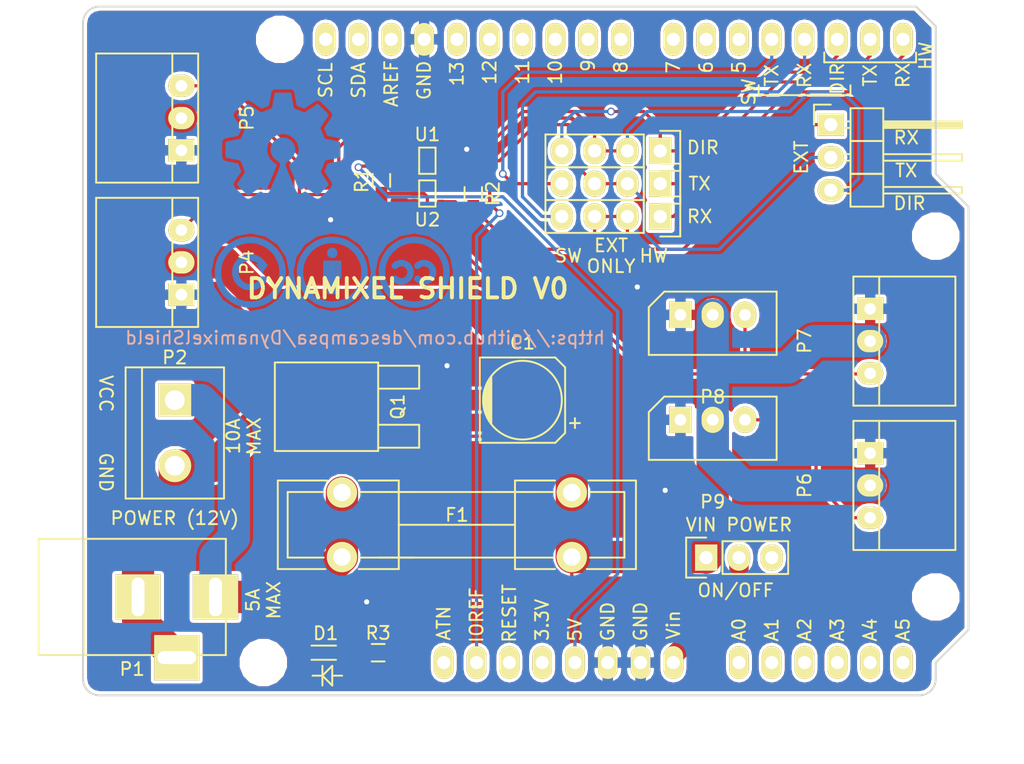
<source format=kicad_pcb>
(kicad_pcb (version 4) (host pcbnew 4.0.1-product)
  (layers (0 F.Cu signal) (31 B.Cu signal) (34 B.Paste user hide) (35 F.Paste user hide) (36 B.SilkS user hide) (37 F.SilkS user) (38 B.Mask user) (39 F.Mask user hide) (44 Edge.Cuts user))
  (net 0 "")
  (net 1 /ARDUINO_DIRECTION_PORT)
  (net 2 /DIRECTION_PORT)
  (net 3 /HW_TXD)
  (net 4 /TXD)
  (net 5 /SW_TXD)
  (net 6 /HW_RXD)
  (net 7 /RXD)
  (net 8 /SW_RXD)
  (net 9 +12V)
  (net 10 /VIN)
  (net 11 GND)
  (net 12 /IOREF)
  (net 13 /DATA)
  (net 14 +5V)
  (net 15 +3V3)
  (net 16 "Net-(SHIELD1-PadRST)")
  (net 17 "Net-(SHIELD1-Pad5)")
  (net 18 "Net-(SHIELD1-Pad8)")
  (net 19 "Net-(SHIELD1-Pad9)")
  (net 20 "Net-(SHIELD1-Pad10)")
  (net 21 "Net-(SHIELD1-Pad11)")
  (net 22 "Net-(SHIELD1-Pad12)")
  (net 23 "Net-(SHIELD1-Pad13)")
  (net 24 "Net-(SHIELD1-PadAREF)")
  (net 25 "Net-(JP4-Pad3)")
  (net 26 "Net-(SHIELD1-PadATN)")
  (net 27 "Net-(SHIELD1-PadA1)")
  (net 28 "Net-(SHIELD1-PadA2)")
  (net 29 "Net-(SHIELD1-PadA3)")
  (net 30 "Net-(SHIELD1-PadA4)")
  (net 31 "Net-(SHIELD1-PadA5)")
  (net 32 "Net-(SHIELD1-PadSDA)")
  (net 33 "Net-(SHIELD1-PadSCL)")
  (net 34 "Net-(SHIELD1-Pad7)")
  (net 35 "Net-(SHIELD1-PadA0)")
  (net 36 "Net-(SHIELD1-Pad6)")
  (net 37 "Net-(F1-Pad1)")
  (net 38 "Net-(P1-Pad2)")
  (net 39 "Net-(D1-Pad2)")
  (module arduino:Arduino_shield_dynamixel (layer F.Cu) (at 59.944 107.188)
    (fp_text reference SHIELD1 hide)
    (fp_text value ARDUINO_SHIELD)
    (fp_text user SW (at 51.562 -46.736 90) (layer F.SilkS))
    (fp_text user HW (at 65.278 -49.53 270) (layer F.SilkS))
    (fp_text user SCL (at 18.796 -47.625 90) (layer F.SilkS))
    (fp_text user SDA (at 21.336 -47.625 90) (layer F.SilkS))
    (fp_text user AREF (at 23.876 -47.371 90) (layer F.SilkS))
    (fp_text user GND (at 26.416 -47.625 90) (layer F.SilkS))
    (fp_text user 13 (at 28.956 -48.133 90) (layer F.SilkS))
    (fp_text user 12 (at 31.496 -48.26 90) (layer F.SilkS))
    (fp_text user 11 (at 34.036 -48.26 90) (layer F.SilkS))
    (fp_text user 10 (at 36.576 -48.26 90) (layer F.SilkS))
    (fp_text user 9 (at 39.116 -48.768 90) (layer F.SilkS))
    (fp_text user 8 (at 41.656 -48.641 90) (layer F.SilkS))
    (fp_text user 7 (at 45.72 -48.641 90) (layer F.SilkS))
    (fp_text user 6 (at 48.26 -48.641 90) (layer F.SilkS))
    (fp_text user 5 (at 50.8 -48.641 90) (layer F.SilkS))
    (fp_text user TX (at 53.34 -48.006 90) (layer F.SilkS))
    (fp_text user RX (at 55.88 -48.006 90) (layer F.SilkS))
    (fp_text user DIR (at 58.42 -47.752 90) (layer F.SilkS))
    (fp_text user TX (at 60.96 -48.006 90) (layer F.SilkS))
    (fp_text user RX (at 63.5 -48.006 90) (layer F.SilkS))
    (fp_text user A5 (at 63.5 -5.08 90) (layer F.SilkS))
    (fp_text user A4 (at 60.96 -5.08 90) (layer F.SilkS))
    (fp_text user A3 (at 58.42 -5.08 90) (layer F.SilkS))
    (fp_text user A2 (at 55.88 -5.08 90) (layer F.SilkS))
    (fp_text user A1 (at 53.34 -5.08 90) (layer F.SilkS))
    (fp_text user A0 (at 50.8 -5.08 90) (layer F.SilkS))
    (fp_text user Vin (at 45.72 -5.461 90) (layer F.SilkS))
    (fp_text user GND (at 43.18 -5.715 90) (layer F.SilkS))
    (fp_text user GND (at 40.64 -5.715 90) (layer F.SilkS))
    (fp_text user 5V (at 38.1 -5.08 90) (layer F.SilkS))
    (fp_text user 3.3V (at 35.56 -5.842 90) (layer F.SilkS))
    (fp_text user RESET (at 33.02 -6.35 90) (layer F.SilkS))
    (fp_text user IOREF (at 30.48 -6.223 90) (layer F.SilkS))
    (fp_text user ATN (at 27.94 -5.588 90) (layer F.SilkS))
    (fp_line (start 1.27 -53.34) (end 64.516 -53.34) (layer Edge.Cuts) (width 0.15))
    (fp_line (start 0 -1.27) (end 0 -52.07) (layer Edge.Cuts) (width 0.15))
    (fp_line (start 64.77 0) (end 1.27 0) (layer Edge.Cuts) (width 0.15))
    (fp_line (start 66.04 -1.27) (end 66.04 -2.54) (layer Edge.Cuts) (width 0.15))
    (fp_arc (start 1.27 -52.07) (end 0 -52.07) (angle 90) (layer Edge.Cuts) (width 0.15))
    (fp_arc (start 1.27 -1.27) (end 1.27 0) (angle 90) (layer Edge.Cuts) (width 0.15))
    (fp_arc (start 64.77 -1.27) (end 66.04 -1.27) (angle 90) (layer Edge.Cuts) (width 0.15))
    (fp_line (start 66.04 -2.54) (end 68.58 -5.08) (layer Edge.Cuts) (width 0.15))
    (fp_line (start 68.58 -5.08) (end 68.58 -37.846) (layer Edge.Cuts) (width 0.15))
    (fp_line (start 68.58 -37.846) (end 66.04 -40.386) (layer Edge.Cuts) (width 0.15))
    (fp_line (start 66.04 -40.386) (end 66.04 -51.816) (layer Edge.Cuts) (width 0.15))
    (fp_line (start 66.04 -51.816) (end 64.516 -53.34) (layer Edge.Cuts) (width 0.15))
    (pad "" np_thru_hole circle (at 66.04 -35.56) (size 3.175 3.175) (drill 3.175) (layers *.Cu *.Mask F.SilkS))
    (pad 7 thru_hole oval (at 45.72 -50.8) (size 1.524 2.54) (drill 1.016) (layers *.Cu *.Mask F.SilkS) (net 34 "Net-(SHIELD1-Pad7)"))
    (pad "" np_thru_hole circle (at 13.97 -2.54) (size 3.175 3.175) (drill 3.175) (layers *.Cu *.Mask F.SilkS))
    (pad "" np_thru_hole circle (at 66.04 -7.62) (size 3.175 3.175) (drill 3.175) (layers *.Cu *.Mask F.SilkS))
    (pad "" np_thru_hole circle (at 15.24 -50.8) (size 3.175 3.175) (drill 3.175) (layers *.Cu *.Mask F.SilkS))
    (pad ATN thru_hole oval (at 27.94 -2.54) (size 1.524 2.54) (drill 1.016) (layers *.Cu *.Mask F.SilkS) (net 26 "Net-(SHIELD1-PadATN)"))
    (pad IO_R thru_hole oval (at 30.48 -2.54) (size 1.524 2.54) (drill 1.016) (layers *.Cu *.Mask F.SilkS) (net 12 /IOREF))
    (pad RST thru_hole oval (at 33.02 -2.54) (size 1.524 2.54) (drill 1.016) (layers *.Cu *.Mask F.SilkS) (net 16 "Net-(SHIELD1-PadRST)"))
    (pad 3V3 thru_hole oval (at 35.56 -2.54) (size 1.524 2.54) (drill 1.016) (layers *.Cu *.Mask F.SilkS) (net 15 +3V3))
    (pad 5V thru_hole oval (at 38.1 -2.54) (size 1.524 2.54) (drill 1.016) (layers *.Cu *.Mask F.SilkS) (net 14 +5V))
    (pad GND thru_hole oval (at 40.64 -2.54) (size 1.524 2.54) (drill 1.016) (layers *.Cu *.Mask F.SilkS) (net 11 GND))
    (pad GND thru_hole oval (at 43.18 -2.54) (size 1.524 2.54) (drill 1.016) (layers *.Cu *.Mask F.SilkS) (net 11 GND))
    (pad VIN thru_hole oval (at 45.72 -2.54) (size 1.524 2.54) (drill 1.016) (layers *.Cu *.Mask F.SilkS) (net 10 /VIN))
    (pad A0 thru_hole oval (at 50.8 -2.54) (size 1.524 2.54) (drill 1.016) (layers *.Cu *.Mask F.SilkS) (net 35 "Net-(SHIELD1-PadA0)"))
    (pad A1 thru_hole oval (at 53.34 -2.54) (size 1.524 2.54) (drill 1.016) (layers *.Cu *.Mask F.SilkS) (net 27 "Net-(SHIELD1-PadA1)"))
    (pad A2 thru_hole oval (at 55.88 -2.54) (size 1.524 2.54) (drill 1.016) (layers *.Cu *.Mask F.SilkS) (net 28 "Net-(SHIELD1-PadA2)"))
    (pad A3 thru_hole oval (at 58.42 -2.54) (size 1.524 2.54) (drill 1.016) (layers *.Cu *.Mask F.SilkS) (net 29 "Net-(SHIELD1-PadA3)"))
    (pad A4 thru_hole oval (at 60.96 -2.54) (size 1.524 2.54) (drill 1.016) (layers *.Cu *.Mask F.SilkS) (net 30 "Net-(SHIELD1-PadA4)"))
    (pad A5 thru_hole oval (at 63.5 -2.54) (size 1.524 2.54) (drill 1.016) (layers *.Cu *.Mask F.SilkS) (net 31 "Net-(SHIELD1-PadA5)"))
    (pad 0 thru_hole oval (at 63.5 -50.8) (size 1.524 2.54) (drill 1.016) (layers *.Cu *.Mask F.SilkS) (net 6 /HW_RXD))
    (pad 1 thru_hole oval (at 60.96 -50.8) (size 1.524 2.54) (drill 1.016) (layers *.Cu *.Mask F.SilkS) (net 3 /HW_TXD))
    (pad 2 thru_hole oval (at 58.42 -50.8) (size 1.524 2.54) (drill 1.016) (layers *.Cu *.Mask F.SilkS) (net 1 /ARDUINO_DIRECTION_PORT))
    (pad 3 thru_hole oval (at 55.88 -50.8) (size 1.524 2.54) (drill 1.016) (layers *.Cu *.Mask F.SilkS) (net 8 /SW_RXD))
    (pad 4 thru_hole oval (at 53.34 -50.8) (size 1.524 2.54) (drill 1.016) (layers *.Cu *.Mask F.SilkS) (net 5 /SW_TXD))
    (pad 5 thru_hole oval (at 50.8 -50.8) (size 1.524 2.54) (drill 1.016) (layers *.Cu *.Mask F.SilkS) (net 17 "Net-(SHIELD1-Pad5)"))
    (pad 6 thru_hole oval (at 48.26 -50.8) (size 1.524 2.54) (drill 1.016) (layers *.Cu *.Mask F.SilkS) (net 36 "Net-(SHIELD1-Pad6)"))
    (pad 8 thru_hole oval (at 41.656 -50.8) (size 1.524 2.54) (drill 1.016) (layers *.Cu *.Mask F.SilkS) (net 18 "Net-(SHIELD1-Pad8)"))
    (pad 9 thru_hole oval (at 39.116 -50.8) (size 1.524 2.54) (drill 1.016) (layers *.Cu *.Mask F.SilkS) (net 19 "Net-(SHIELD1-Pad9)"))
    (pad 10 thru_hole oval (at 36.576 -50.8) (size 1.524 2.54) (drill 1.016) (layers *.Cu *.Mask F.SilkS) (net 20 "Net-(SHIELD1-Pad10)"))
    (pad 11 thru_hole oval (at 34.036 -50.8) (size 1.524 2.54) (drill 1.016) (layers *.Cu *.Mask F.SilkS) (net 21 "Net-(SHIELD1-Pad11)"))
    (pad 12 thru_hole oval (at 31.496 -50.8) (size 1.524 2.54) (drill 1.016) (layers *.Cu *.Mask F.SilkS) (net 22 "Net-(SHIELD1-Pad12)"))
    (pad 13 thru_hole oval (at 28.956 -50.8) (size 1.524 2.54) (drill 1.016) (layers *.Cu *.Mask F.SilkS) (net 23 "Net-(SHIELD1-Pad13)"))
    (pad GND thru_hole oval (at 26.416 -50.8) (size 1.524 2.54) (drill 1.016) (layers *.Cu *.Mask F.SilkS) (net 11 GND))
    (pad AREF thru_hole oval (at 23.876 -50.8) (size 1.524 2.54) (drill 1.016) (layers *.Cu *.Mask F.SilkS) (net 24 "Net-(SHIELD1-PadAREF)"))
    (pad SDA thru_hole oval (at 21.336 -50.8) (size 1.524 2.54) (drill 1.016) (layers *.Cu *.Mask F.SilkS) (net 32 "Net-(SHIELD1-PadSDA)"))
    (pad SCL thru_hole oval (at 18.796 -50.8) (size 1.524 2.54) (drill 1.016) (layers *.Cu *.Mask F.SilkS) (net 33 "Net-(SHIELD1-PadSCL)"))
  )
  (module LEDs:LED_0603 (layer F.Cu) (at 78.74 103.886)
    (fp_text reference D1 (at 0 -1.5) (layer F.SilkS))
    (fp_text value LED)
    (pad 2 smd rect (at 1.1 0 180) (size 1.2 0.9) (layers F.Cu F.Paste F.Mask) (net 39 "Net-(D1-Pad2)"))
    (pad 1 smd rect (at -1.1 0 180) (size 1.2 0.9) (layers F.Cu F.Paste F.Mask) (net 11 GND))
  )
  (module Capacitors_SMD:c_elec_6.3x5.8 (layer F.Cu) (at 93.98 84.328)
    (fp_text reference C1 (at 0 -4.445) (layer F.SilkS))
    (fp_text value 47uF)
    (pad 1 smd rect (at 2.75082 0) (size 3.59918 1.6002) (layers F.Cu F.Paste F.Mask) (net 9 +12V))
    (pad 2 smd rect (at -2.75082 0) (size 3.59918 1.6002) (layers F.Cu F.Paste F.Mask) (net 11 GND))
  )
  (module Symbols:OSHW-Symbol_8.9x8mm_Copper (layer B.Cu) (at 75.438 64.516 180)
    (fp_text reference REF*** hide)
    (fp_text value OSHW-Symbol_8.9x8mm_Copper hide)
    (fp_poly (pts (xy 0.746536 3.399573) (xy 0.859118 2.802382) (xy 1.274531 2.631135) (xy 1.689945 2.459888) (xy 2.188302 2.798767) (xy 2.327869 2.893123) (xy 2.454029 2.97737) (xy 2.560896 3.047662) (xy 2.642583 3.100153) (xy 2.693202 3.130996) (xy 2.706987 3.137647) (xy 2.731821 3.120542) (xy 2.784889 3.073256) (xy 2.860241 3.001828) (xy 2.95193 2.9123) (xy 3.054008 2.810711) (xy 3.160527 2.703102) (xy 3.265537 2.595513) (xy 3.363092 2.493985) (xy 3.447243 2.404559) (xy 3.512041 2.333274) (xy 3.551538 2.286172) (xy 3.560981 2.270408) (xy 3.547392 2.241347) (xy 3.509294 2.177679) (xy 3.450694 2.085633) (xy 3.375598 1.971436) (xy 3.288009 1.841316) (xy 3.237255 1.767099) (xy 3.144746 1.631578) (xy 3.062541 1.509284) (xy 2.994631 1.406305) (xy 2.945001 1.328727) (xy 2.917641 1.282639) (xy 2.91353 1.272953) (xy 2.92285 1.245426) (xy 2.948255 1.181272) (xy 2.985912 1.08951) (xy 3.031987 0.979161) (xy 3.082647 0.859245) (xy 3.13406 0.738781) (xy 3.18239 0.626791) (xy 3.223807 0.532293) (xy 3.254475 0.464308) (xy 3.270562 0.431857) (xy 3.271512 0.43058) (xy 3.296773 0.424383) (xy 3.364046 0.41056) (xy 3.466361 0.390468) (xy 3.596742 0.365466) (xy 3.748217 0.336914) (xy 3.836594 0.320449) (xy 3.998453 0.289631) (xy 4.14465 0.260306) (xy 4.267788 0.234079) (xy 4.36047 0.212554) (xy 4.415302 0.197335) (xy 4.426324 0.192507) (xy 4.437119 0.159826) (xy 4.44583 0.086015) (xy 4.452461 -0.020292) (xy 4.457019 -0.150467) (xy 4.45951 -0.295876) (xy 4.459939 -0.44789) (xy 4.458312 -0.597877) (xy 4.454636 -0.737206) (xy 4.448916 -0.857245) (xy 4.441158 -0.949365) (xy 4.431369 -1.004932) (xy 4.425497 -1.0165) (xy 4.3904 -1.030365) (xy 4.316029 -1.050188) (xy 4.212224 -1.073639) (xy 4.08882 -1.098391) (xy 4.045742 -1.106398) (xy 3.838048 -1.144441) (xy 3.673985 -1.175079) (xy 3.548131 -1.199529) (xy 3.455066 -1.219009) (xy 3.389368 -1.234736) (xy 3.345618 -1.247928) (xy 3.318393 -1.259804) (xy 3.302273 -1.27158) (xy 3.300018 -1.273908) (xy 3.277504 -1.3114) (xy 3.243159 -1.384365) (xy 3.200412 -1.483867) (xy 3.152693 -1.600973) (xy 3.103431 -1.726748) (xy 3.056056 -1.852257) (xy 3.013996 -1.968565) (xy 2.980681 -2.066739) (xy 2.959542 -2.137843) (xy 2.954006 -2.172942) (xy 2.954467 -2.174172) (xy 2.973224 -2.202861) (xy 3.015777 -2.265985) (xy 3.077654 -2.356973) (xy 3.154383 -2.469255) (xy 3.241492 -2.59626) (xy 3.266299 -2.632353) (xy 3.354753 -2.763203) (xy 3.432589 -2.882591) (xy 3.495567 -2.983662) (xy 3.539446 -3.059559) (xy 3.559986 -3.103427) (xy 3.560981 -3.108817) (xy 3.543723 -3.137144) (xy 3.496036 -3.193261) (xy 3.424051 -3.271137) (xy 3.333898 -3.36474) (xy 3.231706 -3.468041) (xy 3.123606 -3.575006) (xy 3.015729 -3.679606) (xy 2.914205 -3.775809) (xy 2.825163 -3.857584) (xy 2.754734 -3.9189) (xy 2.709048 -3.953726) (xy 2.69641 -3.959412) (xy 2.666992 -3.94602) (xy 2.606762 -3.909899) (xy 2.52553 -3.857136) (xy 2.463031 -3.814667) (xy 2.349786 -3.73674) (xy 2.215675 -3.644984) (xy 2.081156 -3.553375) (xy 2.008834 -3.504346) (xy 1.764039 -3.33877) (xy 1.558551 -3.449875) (xy 1.464937 -3.498548) (xy 1.385331 -3.536381) (xy 1.331468 -3.557958) (xy 1.317758 -3.560961) (xy 1.301271 -3.538793) (xy 1.268746 -3.476149) (xy 1.222609 -3.378809) (xy 1.165291 -3.252549) (xy 1.099217 -3.10315) (xy 1.026816 -2.936388) (xy 0.950517 -2.758042) (xy 0.872747 -2.573891) (xy 0.795935 -2.389712) (xy 0.722507 -2.211285) (xy 0.654893 -2.044387) (xy 0.595521 -1.894797) (xy 0.546817 -1.768293) (xy 0.511211 -1.670654) (xy 0.491131 -1.607657) (xy 0.487901 -1.586021) (xy 0.513497 -1.558424) (xy 0.569539 -1.513625) (xy 0.644312 -1.460934) (xy 0.650588 -1.456765) (xy 0.843846 -1.302069) (xy 0.999675 -1.121591) (xy 1.116725 -0.921102) (xy 1.193646 -0.706374) (xy 1.229087 -0.483177) (xy 1.221698 -0.257281) (xy 1.170128 -0.034459) (xy 1.073027 0.179521) (xy 1.044459 0.226336) (xy 0.895869 0.415382) (xy 0.720328 0.567188) (xy 0.523911 0.680966) (xy 0.312694 0.755925) (xy 0.092754 0.791278) (xy -0.129836 0.786233) (xy -0.348998 0.740001) (xy -0.558657 0.651794) (xy -0.752738 0.520821) (xy -0.812773 0.467663) (xy -0.965564 0.301261) (xy -1.076902 0.126088) (xy -1.153276 -0.070266) (xy -1.195812 -0.264717) (xy -1.206313 -0.483342) (xy -1.171299 -0.703052) (xy -1.094326 -0.91642) (xy -0.978952 -1.116022) (xy -0.828734 -1.294429) (xy -0.647226 -1.444217) (xy -0.623372 -1.460006) (xy -0.547798 -1.511712) (xy -0.490348 -1.556512) (xy -0.462882 -1.585117) (xy -0.462482 -1.586021) (xy -0.468379 -1.616964) (xy -0.491754 -1.687191) (xy -0.530178 -1.790925) (xy -0.581222 -1.92239) (xy -0.642457 -2.075807) (xy -0.711455 -2.245401) (xy -0.785786 -2.425393) (xy -0.863021 -2.610008) (xy -0.940731 -2.793468) (xy -1.016488 -2.969996) (xy -1.087862 -3.133814) (xy -1.152425 -3.279147) (xy -1.207747 -3.400217) (xy -1.251399 -3.491247) (xy -1.280953 -3.54646) (xy -1.292855 -3.560961) (xy -1.329222 -3.549669) (xy -1.397269 -3.519385) (xy -1.485263 -3.47552) (xy -1.533649 -3.449875) (xy -1.739136 -3.33877) (xy -1.983931 -3.504346) (xy -2.108893 -3.58917) (xy -2.245704 -3.682516) (xy -2.373911 -3.770408) (xy -2.438128 -3.814667) (xy -2.528448 -3.875318) (xy -2.604928 -3.923381) (xy -2.657592 -3.95277) (xy -2.674697 -3.958982) (xy -2.699594 -3.942223) (xy -2.754694 -3.895436) (xy -2.834656 -3.82348) (xy -2.934139 -3.731212) (xy -3.047799 -3.62349) (xy -3.119684 -3.554326) (xy -3.245448 -3.430757) (xy -3.354136 -3.320234) (xy -3.441354 -3.227485) (xy -3.50271 -3.157237) (xy -3.533808 -3.11422) (xy -3.536791 -3.10549) (xy -3.522946 -3.072284) (xy -3.484687 -3.005142) (xy -3.426258 -2.910863) (xy -3.351902 -2.796245) (xy -3.265864 -2.668083) (xy -3.241397 -2.632353) (xy -3.152245 -2.502489) (xy -3.072261 -2.385569) (xy -3.005919 -2.288162) (xy -2.957688 -2.216839) (xy -2.932042 -2.17817) (xy -2.929564 -2.174172) (xy -2.93327 -2.143355) (xy -2.952938 -2.075599) (xy -2.985139 -1.979839) (xy -3.026444 -1.865009) (xy -3.073424 -1.740044) (xy -3.12265 -1.613879) (xy -3.170691 -1.495448) (xy -3.214118 -1.393685) (xy -3.249503 -1.317526) (xy -3.273415 -1.275904) (xy -3.275115 -1.273908) (xy -3.289737 -1.262013) (xy -3.314434 -1.25025) (xy -3.354627 -1.237401) (xy -3.415736 -1.222249) (xy -3.503182 -1.203576) (xy -3.622387 -1.180165) (xy -3.778772 -1.150797) (xy -3.977756 -1.114255) (xy -4.020839 -1.106398) (xy -4.148529 -1.081727) (xy -4.259846 -1.057593) (xy -4.344954 -1.036324) (xy -4.394016 -1.020248) (xy -4.400594 -1.0165) (xy -4.411435 -0.983273) (xy -4.420246 -0.909021) (xy -4.427023 -0.802376) (xy -4.431759 -0.671967) (xy -4.434449 -0.526427) (xy -4.435086 -0.374386) (xy -4.433665 -0.224476) (xy -4.430179 -0.085328) (xy -4.424623 0.034428) (xy -4.416991 0.126159) (xy -4.407277 0.181234) (xy -4.401421 0.192507) (xy -4.368819 0.203877) (xy -4.294581 0.222376) (xy -4.186103 0.246398) (xy -4.050782 0.274338) (xy -3.896014 0.304592) (xy -3.811692 0.320449) (xy -3.651703 0.350356) (xy -3.509032 0.37745) (xy -3.390651 0.400369) (xy -3.303534 0.417757) (xy -3.254654 0.428253) (xy -3.246609 0.43058) (xy -3.233012 0.456814) (xy -3.20427 0.520005) (xy -3.164214 0.611123) (xy -3.116675 0.721143) (xy -3.065484 0.841035) (xy -3.014473 0.961773) (xy -2.967473 1.074329) (xy -2.928315 1.169674) (xy -2.90083 1.238783) (xy -2.88885 1.272626) (xy -2.888627 1.274105) (xy -2.902208 1.300803) (xy -2.940284 1.36224) (xy -2.998852 1.452311) (xy -3.073911 1.56491) (xy -3.161459 1.69393) (xy -3.212352 1.768039) (xy -3.30509 1.903923) (xy -3.387458 2.027291) (xy -3.455438 2.131903) (xy -3.505011 2.211517) (xy -3.532157 2.259893) (xy -3.536078 2.270738) (xy -3.519224 2.29598) (xy -3.472631 2.349876) (xy -3.402251 2.426387) (xy -3.314034 2.519477) (xy -3.213934 2.623105) (xy -3.107901 2.731236) (xy -3.001888 2.83783) (xy -2.901847 2.93685) (xy -2.813729 3.022258) (xy -2.743486 3.088015) (xy -2.697071 3.128084) (xy -2.681543 3.137647) (xy -2.65626 3.1242) (xy -2.595788 3.086425) (xy -2.506007 3.028165) (xy -2.392796 2.953266) (xy -2.262036 2.865575) (xy -2.1634 2.798767) (xy -1.665042 2.459888) (xy -1.249629 2.631135) (xy -0.834215 2.802382) (xy -0.721633 3.399573) (xy -0.60905 3.996765) (xy 0.633953 3.996765) (xy 0.746536 3.399573)) (layer B.Cu) (width 0.01))
  )
  (module Pin_Headers:Pin_Header_Straight_1x04 (layer F.Cu) (at 104.648 65.024 270)
    (fp_text reference JP1 hide)
    (fp_text value JUMPER4)
    (pad 1 thru_hole rect (at 0 0 270) (size 2.032 1.7272) (drill 1.016) (layers *.Cu *.Mask F.SilkS) (net 1 /ARDUINO_DIRECTION_PORT))
    (pad 2 thru_hole oval (at 0 2.54 270) (size 2.032 1.7272) (drill 1.016) (layers *.Cu *.Mask F.SilkS) (net 2 /DIRECTION_PORT))
    (pad 3 thru_hole oval (at 0 5.08 270) (size 2.032 1.7272) (drill 1.016) (layers *.Cu *.Mask F.SilkS) (net 2 /DIRECTION_PORT))
    (pad 4 thru_hole oval (at 0 7.62 270) (size 2.032 1.7272) (drill 1.016) (layers *.Cu *.Mask F.SilkS) (net 1 /ARDUINO_DIRECTION_PORT))
  )
  (module Pin_Headers:Pin_Header_Straight_1x04 (layer F.Cu) (at 104.648 67.564 270)
    (fp_text reference JP2 hide)
    (fp_text value JUMPER4)
    (pad 1 thru_hole rect (at 0 0 270) (size 2.032 1.7272) (drill 1.016) (layers *.Cu *.Mask F.SilkS) (net 3 /HW_TXD))
    (pad 2 thru_hole oval (at 0 2.54 270) (size 2.032 1.7272) (drill 1.016) (layers *.Cu *.Mask F.SilkS) (net 4 /TXD))
    (pad 3 thru_hole oval (at 0 5.08 270) (size 2.032 1.7272) (drill 1.016) (layers *.Cu *.Mask F.SilkS) (net 4 /TXD))
    (pad 4 thru_hole oval (at 0 7.62 270) (size 2.032 1.7272) (drill 1.016) (layers *.Cu *.Mask F.SilkS) (net 5 /SW_TXD))
  )
  (module Pin_Headers:Pin_Header_Straight_1x04 (layer F.Cu) (at 104.648 70.104 270)
    (fp_text reference JP3 hide)
    (fp_text value JUMPER4)
    (pad 1 thru_hole rect (at 0 0 270) (size 2.032 1.7272) (drill 1.016) (layers *.Cu *.Mask F.SilkS) (net 6 /HW_RXD))
    (pad 2 thru_hole oval (at 0 2.54 270) (size 2.032 1.7272) (drill 1.016) (layers *.Cu *.Mask F.SilkS) (net 7 /RXD))
    (pad 3 thru_hole oval (at 0 5.08 270) (size 2.032 1.7272) (drill 1.016) (layers *.Cu *.Mask F.SilkS) (net 7 /RXD))
    (pad 4 thru_hole oval (at 0 7.62 270) (size 2.032 1.7272) (drill 1.016) (layers *.Cu *.Mask F.SilkS) (net 8 /SW_RXD))
  )
  (module Pin_Headers:Pin_Header_Straight_1x03 (layer F.Cu) (at 108.204 96.52 90)
    (fp_text reference JP4 hide)
    (fp_text value JUMPER3)
    (pad 1 thru_hole rect (at 0 0 90) (size 2.032 1.7272) (drill 1.016) (layers *.Cu *.Mask F.SilkS) (net 9 +12V))
    (pad 2 thru_hole oval (at 0 2.54 90) (size 2.032 1.7272) (drill 1.016) (layers *.Cu *.Mask F.SilkS) (net 10 /VIN))
    (pad 3 thru_hole oval (at 0 5.08 90) (size 2.032 1.7272) (drill 1.016) (layers *.Cu *.Mask F.SilkS) (net 25 "Net-(JP4-Pad3)"))
  )
  (module Connect:bornier2 (layer F.Cu) (at 67.056 86.868 270)
    (fp_text reference P2 (at -5.842 0 360) (layer F.SilkS))
    (fp_text value CONN_01X02)
    (pad 1 thru_hole rect (at -2.54 0 270) (size 2.54 2.54) (drill 1.524) (layers *.Cu *.Mask F.SilkS) (net 37 "Net-(F1-Pad1)"))
    (pad 2 thru_hole circle (at 2.54 0 270) (size 2.54 2.54) (drill 1.524) (layers *.Cu *.Mask F.SilkS) (net 38 "Net-(P1-Pad2)"))
  )
  (module Pin_Headers:Pin_Header_Angled_1x03 (layer F.Cu) (at 117.856 62.992)
    (fp_text reference P3 hide)
    (fp_text value CONN_01X03)
    (pad 1 thru_hole rect (at 0 0) (size 2.032 1.7272) (drill 1.016) (layers *.Cu *.Mask F.SilkS) (net 7 /RXD))
    (pad 2 thru_hole oval (at 0 2.54) (size 2.032 1.7272) (drill 1.016) (layers *.Cu *.Mask F.SilkS) (net 4 /TXD))
    (pad 3 thru_hole oval (at 0 5.08) (size 2.032 1.7272) (drill 1.016) (layers *.Cu *.Mask F.SilkS) (net 2 /DIRECTION_PORT))
  )
  (module TO_SOT_Packages_SMD:TO-252-2Lead (layer F.Cu) (at 84.328 84.836 90)
    (fp_text reference Q1 (at 0 0 90) (layer F.SilkS))
    (fp_text value MOSFET_N)
    (pad 1 smd rect (at -2.286 0 90) (size 1.651 3.048) (layers F.Cu F.Paste F.Mask) (net 9 +12V))
    (pad 2 smd rect (at 0 -6.35 90) (size 6.096 6.096) (layers F.Cu F.Paste F.Mask) (net 38 "Net-(P1-Pad2)"))
    (pad 3 smd rect (at 2.286 0 90) (size 1.651 3.048) (layers F.Cu F.Paste F.Mask) (net 11 GND))
  )
  (module Resistors_SMD:R_0603_HandSoldering (layer F.Cu) (at 83.058 67.31 270)
    (fp_text reference R1 (at 0 1.524 270) (layer F.SilkS))
    (fp_text value 10K)
    (pad 1 smd rect (at -1.1 0 270) (size 1.2 0.9) (layers F.Cu F.Paste F.Mask) (net 14 +5V))
    (pad 2 smd rect (at 1.1 0 270) (size 1.2 0.9) (layers F.Cu F.Paste F.Mask) (net 13 /DATA))
  )
  (module Resistors_SMD:R_0603_HandSoldering (layer F.Cu) (at 90.17 68.326 270)
    (fp_text reference R2 (at 0 -1.524 270) (layer F.SilkS))
    (fp_text value 10K)
    (pad 1 smd rect (at -1.1 0 270) (size 1.2 0.9) (layers F.Cu F.Paste F.Mask) (net 12 /IOREF))
    (pad 2 smd rect (at 1.1 0 270) (size 1.2 0.9) (layers F.Cu F.Paste F.Mask) (net 7 /RXD))
  )
  (module TO_SOT_Packages_SMD:SOT-353 (layer F.Cu) (at 86.614 65.786 180)
    (fp_text reference U1 (at 0 2.032 360) (layer F.SilkS))
    (fp_text value 74AHCT1G126 hide)
    (pad 1 smd rect (at -1.016 -0.635 180) (size 0.508 0.3048) (layers F.Cu F.Paste F.Mask) (net 2 /DIRECTION_PORT))
    (pad 3 smd rect (at -1.016 0.635 180) (size 0.508 0.3048) (layers F.Cu F.Paste F.Mask) (net 11 GND))
    (pad 5 smd rect (at 1.016 -0.635 180) (size 0.508 0.3048) (layers F.Cu F.Paste F.Mask) (net 14 +5V))
    (pad 2 smd rect (at -1.016 0 180) (size 0.508 0.3048) (layers F.Cu F.Paste F.Mask) (net 4 /TXD))
    (pad 4 smd rect (at 1.016 0.635 180) (size 0.508 0.3048) (layers F.Cu F.Paste F.Mask) (net 13 /DATA))
  )
  (module TO_SOT_Packages_SMD:SOT-353 (layer F.Cu) (at 86.614 68.326)
    (fp_text reference U2 (at 0 2.032 180) (layer F.SilkS))
    (fp_text value 74AHC1G125 hide)
    (pad 1 smd rect (at -1.016 -0.635) (size 0.508 0.3048) (layers F.Cu F.Paste F.Mask) (net 2 /DIRECTION_PORT))
    (pad 3 smd rect (at -1.016 0.635) (size 0.508 0.3048) (layers F.Cu F.Paste F.Mask) (net 11 GND))
    (pad 5 smd rect (at 1.016 -0.635) (size 0.508 0.3048) (layers F.Cu F.Paste F.Mask) (net 12 /IOREF))
    (pad 2 smd rect (at -1.016 0) (size 0.508 0.3048) (layers F.Cu F.Paste F.Mask) (net 13 /DATA))
    (pad 4 smd rect (at 1.016 0.635) (size 0.508 0.3048) (layers F.Cu F.Paste F.Mask) (net 7 /RXD))
  )
  (module Connect:BARREL_JACK (layer F.Cu) (at 64.008 99.568)
    (fp_text reference P1 (at -0.254 5.588 180) (layer F.SilkS))
    (fp_text value BARREL_JACK)
    (pad 1 thru_hole rect (at 6.20014 0) (size 3.50012 3.50012) (drill oval 1.00076 2.99974) (layers *.Cu *.Mask F.SilkS) (net 37 "Net-(F1-Pad1)"))
    (pad 2 thru_hole rect (at 0.20066 0) (size 3.50012 3.50012) (drill oval 1.00076 2.99974) (layers *.Cu *.Mask F.SilkS) (net 38 "Net-(P1-Pad2)"))
    (pad 3 thru_hole rect (at 3.2004 4.699) (size 3.50012 3.50012) (drill oval 2.99974 1.00076) (layers *.Cu *.Mask F.SilkS) (net 38 "Net-(P1-Pad2)"))
  )
  (module CreativeCommon:CreativeCommonCopperSmall (layer B.Cu) (at 85.598 74.422 180)
    (fp_text reference REF** hide)
    (fp_text value CreativeCommonCopper hide)
    (fp_arc (start 1 0) (end 1.5 -0.5) (angle -270) (layer B.Cu) (width 0.5))
    (fp_arc (start -0.75 0) (end -0.25 -0.5) (angle -270) (layer B.Cu) (width 0.5))
    (fp_circle (center 0 0) (end 2.5 0) (layer B.Cu) (width 0.5))
  )
  (module CreativeCommon:CreativeCommonAttributionCopperSmall (layer B.Cu) (at 79.248 74.422 180)
    (fp_text reference REF** hide)
    (fp_text value CreativeCommonAttributionCopperSmall hide)
    (fp_line (start 0.2 -0.4) (end 0.2 -1.6) (layer B.Cu) (width 0.2))
    (fp_line (start 0 -0.4) (end 0 -1.6) (layer B.Cu) (width 0.2))
    (fp_line (start -0.2 -0.4) (end -0.2 -1.6) (layer B.Cu) (width 0.2))
    (fp_line (start 0.4 0.8) (end 0.4 -0.4) (layer B.Cu) (width 0.2))
    (fp_line (start 0.2 0.8) (end 0.2 -0.4) (layer B.Cu) (width 0.2))
    (fp_line (start 0 0.8) (end 0 -0.4) (layer B.Cu) (width 0.2))
    (fp_line (start -0.2 0.8) (end -0.2 -0.4) (layer B.Cu) (width 0.2))
    (fp_line (start -0.4 0.8) (end -0.4 -0.4) (layer B.Cu) (width 0.2))
    (fp_line (start -0.3 -1.6) (end 0.3 -1.6) (layer B.Cu) (width 0.2))
    (fp_line (start 0.3 -0.4) (end 0.3 -1.6) (layer B.Cu) (width 0.2))
    (fp_line (start -0.3 -0.4) (end -0.3 -1.6) (layer B.Cu) (width 0.2))
    (fp_line (start -0.6 0.8) (end -0.6 -0.4) (layer B.Cu) (width 0.2))
    (fp_line (start -0.6 -0.4) (end 0.6 -0.4) (layer B.Cu) (width 0.2))
    (fp_line (start 0.6 -0.4) (end 0.6 0.8) (layer B.Cu) (width 0.2))
    (fp_line (start -0.6 0.8) (end 0.6 0.8) (layer B.Cu) (width 0.2))
    (fp_circle (center 0 1.5) (end -0.2 1.5) (layer B.Cu) (width 0.4))
    (fp_circle (center 0 0) (end 2.5 0) (layer B.Cu) (width 0.5))
  )
  (module CreativeCommon:CreativeCommonShareAlikeCopperSmall (layer B.Cu) (at 72.898 74.422 180)
    (fp_text reference REF** hide)
    (fp_text value CreativeCommonShareAlikeCopperSmall hide)
    (fp_line (start -1.2 -0.4) (end -1.18 -0.6) (layer B.Cu) (width 0.15))
    (fp_line (start -0.8 -0.4) (end -0.7 -0.7) (layer B.Cu) (width 0.15))
    (fp_line (start -0.8 -0.4) (end -1.2 -0.4) (layer B.Cu) (width 0.15))
    (fp_line (start -1.125 0.5) (end -0.725 0.5) (layer B.Cu) (width 0.25))
    (fp_line (start -1.125 0.4) (end -0.725 0.4) (layer B.Cu) (width 0.2))
    (fp_line (start -0.925 0.2) (end -0.925 0.1) (layer B.Cu) (width 0.15))
    (fp_line (start -0.825 0.3) (end -1.025 0.3) (layer B.Cu) (width 0.2))
    (fp_line (start -0.525 0.6) (end -0.925 0) (layer B.Cu) (width 0.1))
    (fp_line (start -0.925 0) (end -1.325 0.6) (layer B.Cu) (width 0.1))
    (fp_line (start -1.325 0.6) (end -0.525 0.6) (layer B.Cu) (width 0.1))
    (fp_arc (start 0 0) (end -1 0.58) (angle -300) (layer B.Cu) (width 0.5))
    (fp_circle (center 0 0) (end 2.5 0) (layer B.Cu) (width 0.5))
  )
  (module fuse:Fuseholder5x20_horiz_lateral (layer F.Cu) (at 88.9 93.98)
    (fp_text reference F1 (at 0 -0.762) (layer F.SilkS))
    (fp_text value F_Small)
    (pad 2 thru_hole circle (at 8.9 -2.5) (size 2.3495 2.3495) (drill 1.34874) (layers *.Cu *.Mask F.SilkS) (net 9 +12V))
    (pad 2 thru_hole circle (at 8.9 2.5) (size 2.3495 2.3495) (drill 1.34874) (layers *.Cu *.Mask F.SilkS) (net 9 +12V))
    (pad 1 thru_hole circle (at -8.9 -2.5) (size 2.3495 2.3495) (drill 1.34874) (layers *.Cu *.Mask F.SilkS) (net 37 "Net-(F1-Pad1)"))
    (pad 1 thru_hole circle (at -8.9 2.5) (size 2.3495 2.3495) (drill 1.34874) (layers *.Cu *.Mask F.SilkS) (net 37 "Net-(F1-Pad1)"))
  )
  (module Resistors_SMD:R_0603_HandSoldering (layer F.Cu) (at 82.804 103.886 180)
    (fp_text reference R3 (at 0 1.524 180) (layer F.SilkS))
    (fp_text value 10K)
    (pad 1 smd rect (at -1.1 0 180) (size 1.2 0.9) (layers F.Cu F.Paste F.Mask) (net 9 +12V))
    (pad 2 smd rect (at 1.1 0 180) (size 1.2 0.9) (layers F.Cu F.Paste F.Mask) (net 39 "Net-(D1-Pad2)"))
  )
  (module molex:Molex_spox_1x3_right (layer F.Cu) (at 67.564 73.66 90)
    (fp_text reference P4 (at 0 5.08 90) (layer F.SilkS))
    (fp_text value CONN_01X03)
    (pad 1 thru_hole rect (at -2.5 0 90) (size 1.7272 2.032) (drill 0.9) (layers *.Cu *.Mask F.SilkS) (net 11 GND))
    (pad 2 thru_hole oval (at 0 0 90) (size 1.7272 2.032) (drill 0.9) (layers *.Cu *.Mask F.SilkS) (net 9 +12V))
    (pad 3 thru_hole oval (at 2.5 0 90) (size 1.7272 2.032) (drill 0.9) (layers *.Cu *.Mask F.SilkS) (net 13 /DATA))
  )
  (module molex:Molex_spox_1x3_right (layer F.Cu) (at 67.564 62.484 90)
    (fp_text reference P5 (at 0 5.08 90) (layer F.SilkS))
    (fp_text value CONN_01X03)
    (pad 1 thru_hole rect (at -2.5 0 90) (size 1.7272 2.032) (drill 0.9) (layers *.Cu *.Mask F.SilkS) (net 11 GND))
    (pad 2 thru_hole oval (at 0 0 90) (size 1.7272 2.032) (drill 0.9) (layers *.Cu *.Mask F.SilkS) (net 9 +12V))
    (pad 3 thru_hole oval (at 2.5 0 90) (size 1.7272 2.032) (drill 0.9) (layers *.Cu *.Mask F.SilkS) (net 13 /DATA))
  )
  (module molex:Molex_spox_1x3_right (layer F.Cu) (at 120.904 79.756 270)
    (fp_text reference P7 (at 0 5.08 270) (layer F.SilkS))
    (fp_text value CONN_01X03)
    (pad 1 thru_hole rect (at -2.5 0 270) (size 1.7272 2.032) (drill 0.9) (layers *.Cu *.Mask F.SilkS) (net 11 GND))
    (pad 2 thru_hole oval (at 0 0 270) (size 1.7272 2.032) (drill 0.9) (layers *.Cu *.Mask F.SilkS) (net 9 +12V))
    (pad 3 thru_hole oval (at 2.5 0 270) (size 1.7272 2.032) (drill 0.9) (layers *.Cu *.Mask F.SilkS) (net 13 /DATA))
  )
  (module molex:Molex_spox_1x3_right (layer F.Cu) (at 120.904 90.932 270)
    (fp_text reference P6 (at 0 5.08 270) (layer F.SilkS))
    (fp_text value CONN_01X03)
    (pad 1 thru_hole rect (at -2.5 0 270) (size 1.7272 2.032) (drill 0.9) (layers *.Cu *.Mask F.SilkS) (net 11 GND))
    (pad 2 thru_hole oval (at 0 0 270) (size 1.7272 2.032) (drill 0.9) (layers *.Cu *.Mask F.SilkS) (net 9 +12V))
    (pad 3 thru_hole oval (at 2.5 0 270) (size 1.7272 2.032) (drill 0.9) (layers *.Cu *.Mask F.SilkS) (net 13 /DATA))
  )
  (module molex:Molex_spox_1x3_straight (layer F.Cu) (at 108.712 85.852)
    (fp_text reference P9 (at 0 6.35) (layer F.SilkS))
    (fp_text value CONN_01X03)
    (pad 1 thru_hole rect (at -2.5 0) (size 1.7272 2.032) (drill 0.9) (layers *.Cu *.Mask F.SilkS) (net 11 GND))
    (pad 2 thru_hole oval (at 0 0) (size 1.7272 2.032) (drill 0.9) (layers *.Cu *.Mask F.SilkS) (net 9 +12V))
    (pad 3 thru_hole oval (at 2.5 0) (size 1.7272 2.032) (drill 0.9) (layers *.Cu *.Mask F.SilkS) (net 13 /DATA))
  )
  (module molex:Molex_spox_1x3_straight (layer F.Cu) (at 108.712 77.724)
    (fp_text reference P8 (at 0 6.35) (layer F.SilkS))
    (fp_text value CONN_01X03)
    (pad 1 thru_hole rect (at -2.5 0) (size 1.7272 2.032) (drill 0.9) (layers *.Cu *.Mask F.SilkS) (net 11 GND))
    (pad 2 thru_hole oval (at 0 0) (size 1.7272 2.032) (drill 0.9) (layers *.Cu *.Mask F.SilkS) (net 9 +12V))
    (pad 3 thru_hole oval (at 2.5 0) (size 1.7272 2.032) (drill 0.9) (layers *.Cu *.Mask F.SilkS) (net 13 /DATA))
  )
  (gr_text EXT (at 115.57 65.532 90) (layer F.SilkS) (effects (font (size 1 1))))
  (gr_text "POWER (12V)" (at 67.056 93.472) (layer F.SilkS) (effects (font (size 1 1))))
  (gr_text "5A\nMAX" (at 73.914 99.822 90) (layer F.SilkS) (effects (font (size 1 1))))
  (gr_text "10A\nMAX" (at 72.39 87.122 90) (layer F.SilkS) (effects (font (size 1 1))))
  (gr_text https://github.com/descampsa/DynamixelShield (at 81.788 79.502) (layer B.SilkS) (effects (font (size 1 1)) (justify mirror)))
  (gr_text "DYNAMIXEL SHIELD V0" (at 85.09 75.692) (layer F.SilkS) (effects (font (size 1.5 1.5) (thickness 0.3))))
  (gr_text HW (at 104.14 73.152) (layer F.SilkS) (effects (font (size 1 1))))
  (gr_text "EXT\nONLY" (at 100.838 73.152) (layer F.SilkS) (effects (font (size 1 1))))
  (gr_text SW (at 97.536 73.152) (layer F.SilkS) (effects (font (size 1 1))))
  (gr_text RX (at 107.696 70.104) (layer F.SilkS) (effects (font (size 1 1))))
  (gr_text TX (at 107.696 67.564) (layer F.SilkS) (effects (font (size 1 1))))
  (gr_text DIR (at 107.95 64.77) (layer F.SilkS) (effects (font (size 1 1))))
  (gr_text "VIN POWER" (at 110.744 93.98) (layer F.SilkS) (effects (font (size 1 1))))
  (gr_text DIR (at 123.952 69.088) (layer F.SilkS) (effects (font (size 1 1))))
  (gr_text TX (at 123.698 66.548) (layer F.SilkS) (effects (font (size 1 1))))
  (gr_text RX (at 123.698 64.008) (layer F.SilkS) (effects (font (size 1 1))))
  (gr_text ON/OFF (at 110.49 99.06) (layer F.SilkS) (effects (font (size 1 1))))
  (gr_text GND (at 61.722 89.916 270) (layer F.SilkS) (effects (font (size 1 1))))
  (gr_text VCC (at 61.722 83.82 270) (layer F.SilkS) (effects (font (size 1 1))))
  (segment (start 118.364 56.388) (end 118.364 57.658) (width 0.25) (layer F.Cu) (net 1))
  (segment (start 106.934 65.024) (end 104.648 65.024) (width 0.25) (layer F.Cu) (net 1))
  (segment (start 113.03 58.928) (end 106.934 65.024) (width 0.25) (layer F.Cu) (net 1))
  (segment (start 117.094 58.928) (end 113.03 58.928) (width 0.25) (layer F.Cu) (net 1))
  (segment (start 118.364 57.658) (end 117.094 58.928) (width 0.25) (layer F.Cu) (net 1))
  (segment (start 104.648 63.246) (end 104.648 65.024) (width 0.25) (layer F.Cu) (net 1))
  (segment (start 97.028 65.024) (end 97.028 62.992) (width 0.25) (layer B.Cu) (net 1))
  (segment (start 104.648 63.246) (end 104.648 65.024) (width 0.25) (layer F.Cu) (net 1))
  (segment (start 103.378 61.976) (end 104.648 63.246) (width 0.25) (layer F.Cu) (net 1))
  (segment (start 100.838 61.976) (end 103.378 61.976) (width 0.25) (layer F.Cu) (net 1))
  (via (at 100.838 61.976) (size 0.6) (drill 0.4) (layers F.Cu B.Cu) (net 1))
  (segment (start 98.044 61.976) (end 100.838 61.976) (width 0.25) (layer B.Cu) (net 1))
  (segment (start 97.028 62.992) (end 98.044 61.976) (width 0.25) (layer B.Cu) (net 1))
  (segment (start 117.856 68.072) (end 119.126 68.072) (width 0.25) (layer B.Cu) (net 2))
  (segment (start 102.108 63.5) (end 102.108 65.024) (width 0.25) (layer B.Cu) (net 2))
  (segment (start 103.632 61.976) (end 102.108 63.5) (width 0.25) (layer B.Cu) (net 2))
  (segment (start 114.681 61.976) (end 103.632 61.976) (width 0.25) (layer B.Cu) (net 2))
  (segment (start 116.205 60.452) (end 114.681 61.976) (width 0.25) (layer B.Cu) (net 2))
  (segment (start 118.745 60.452) (end 116.205 60.452) (width 0.25) (layer B.Cu) (net 2))
  (segment (start 120.015 61.722) (end 118.745 60.452) (width 0.25) (layer B.Cu) (net 2))
  (segment (start 120.015 67.183) (end 120.015 61.722) (width 0.25) (layer B.Cu) (net 2))
  (segment (start 119.126 68.072) (end 120.015 67.183) (width 0.25) (layer B.Cu) (net 2))
  (segment (start 102.108 65.024) (end 102.108 64.516) (width 0.25) (layer B.Cu) (net 2))
  (segment (start 86.614 66.802) (end 86.614 64.77) (width 0.25) (layer F.Cu) (net 2))
  (segment (start 99.568 63.5) (end 99.568 65.024) (width 0.25) (layer F.Cu) (net 2))
  (segment (start 98.044 61.976) (end 99.568 63.5) (width 0.25) (layer F.Cu) (net 2))
  (segment (start 93.98 61.976) (end 98.044 61.976) (width 0.25) (layer F.Cu) (net 2))
  (segment (start 91.948 64.008) (end 93.98 61.976) (width 0.25) (layer F.Cu) (net 2))
  (segment (start 87.376 64.008) (end 91.948 64.008) (width 0.25) (layer F.Cu) (net 2))
  (segment (start 86.614 64.77) (end 87.376 64.008) (width 0.25) (layer F.Cu) (net 2))
  (segment (start 99.568 65.024) (end 102.108 65.024) (width 0.25) (layer F.Cu) (net 2))
  (segment (start 85.598 67.691) (end 86.233 67.691) (width 0.25) (layer F.Cu) (net 2))
  (segment (start 86.995 66.421) (end 87.63 66.421) (width 0.25) (layer F.Cu) (net 2))
  (segment (start 86.614 66.802) (end 86.995 66.421) (width 0.25) (layer F.Cu) (net 2))
  (segment (start 86.614 67.31) (end 86.614 66.802) (width 0.25) (layer F.Cu) (net 2))
  (segment (start 86.233 67.691) (end 86.614 67.31) (width 0.25) (layer F.Cu) (net 2))
  (segment (start 120.904 56.388) (end 120.904 57.658) (width 0.25) (layer F.Cu) (net 3))
  (segment (start 105.918 67.564) (end 104.648 67.564) (width 0.25) (layer F.Cu) (net 3))
  (segment (start 113.792 59.69) (end 105.918 67.564) (width 0.25) (layer F.Cu) (net 3))
  (segment (start 118.872 59.69) (end 113.792 59.69) (width 0.25) (layer F.Cu) (net 3))
  (segment (start 120.904 57.658) (end 118.872 59.69) (width 0.25) (layer F.Cu) (net 3))
  (segment (start 117.856 65.532) (end 116.332 65.532) (width 0.25) (layer B.Cu) (net 4))
  (segment (start 103.378 68.834) (end 102.108 67.564) (width 0.25) (layer B.Cu) (net 4))
  (segment (start 103.378 71.374) (end 103.378 68.834) (width 0.25) (layer B.Cu) (net 4))
  (segment (start 104.648 72.644) (end 103.378 71.374) (width 0.25) (layer B.Cu) (net 4))
  (segment (start 109.22 72.644) (end 104.648 72.644) (width 0.25) (layer B.Cu) (net 4))
  (segment (start 116.332 65.532) (end 109.22 72.644) (width 0.25) (layer B.Cu) (net 4))
  (segment (start 102.108 67.564) (end 102.108 67.818) (width 0.25) (layer B.Cu) (net 4))
  (segment (start 98.298 63.754) (end 97.536 62.992) (width 0.25) (layer F.Cu) (net 4))
  (segment (start 98.298 66.294) (end 98.298 63.754) (width 0.25) (layer F.Cu) (net 4))
  (segment (start 99.568 67.564) (end 98.298 66.294) (width 0.25) (layer F.Cu) (net 4))
  (segment (start 92.202 65.786) (end 87.63 65.786) (width 0.25) (layer F.Cu) (net 4))
  (segment (start 94.996 62.992) (end 92.202 65.786) (width 0.25) (layer F.Cu) (net 4))
  (segment (start 97.536 62.992) (end 94.996 62.992) (width 0.25) (layer F.Cu) (net 4))
  (segment (start 99.568 67.564) (end 102.108 67.564) (width 0.25) (layer F.Cu) (net 4))
  (segment (start 92.456 66.802) (end 93.218 67.564) (width 0.25) (layer F.Cu) (net 5))
  (segment (start 113.284 57.912) (end 112.268 58.928) (width 0.25) (layer B.Cu) (net 5))
  (segment (start 112.268 58.928) (end 93.98 58.928) (width 0.25) (layer B.Cu) (net 5))
  (segment (start 93.98 58.928) (end 92.456 60.452) (width 0.25) (layer B.Cu) (net 5))
  (segment (start 92.456 60.452) (end 92.456 66.802) (width 0.25) (layer B.Cu) (net 5))
  (via (at 92.456 66.802) (size 0.6) (drill 0.4) (layers F.Cu B.Cu) (net 5))
  (segment (start 113.284 56.388) (end 113.284 57.912) (width 0.25) (layer B.Cu) (net 5))
  (segment (start 93.218 67.564) (end 97.028 67.564) (width 0.25) (layer F.Cu) (net 5))
  (segment (start 123.444 56.388) (end 123.444 57.658) (width 0.25) (layer F.Cu) (net 6))
  (segment (start 105.664 70.104) (end 104.648 70.104) (width 0.25) (layer F.Cu) (net 6))
  (segment (start 106.426 69.342) (end 105.664 70.104) (width 0.25) (layer F.Cu) (net 6))
  (segment (start 106.426 68.58) (end 106.426 69.342) (width 0.25) (layer F.Cu) (net 6))
  (segment (start 114.554 60.452) (end 106.426 68.58) (width 0.25) (layer F.Cu) (net 6))
  (segment (start 120.65 60.452) (end 114.554 60.452) (width 0.25) (layer F.Cu) (net 6))
  (segment (start 123.444 57.658) (end 120.65 60.452) (width 0.25) (layer F.Cu) (net 6))
  (segment (start 117.856 62.992) (end 116.078 62.992) (width 0.25) (layer F.Cu) (net 7))
  (segment (start 102.108 71.374) (end 102.108 70.104) (width 0.25) (layer F.Cu) (net 7))
  (segment (start 103.378 72.644) (end 102.108 71.374) (width 0.25) (layer F.Cu) (net 7))
  (segment (start 106.426 72.644) (end 103.378 72.644) (width 0.25) (layer F.Cu) (net 7))
  (segment (start 116.078 62.992) (end 106.426 72.644) (width 0.25) (layer F.Cu) (net 7))
  (segment (start 102.108 70.104) (end 102.108 71.12) (width 0.25) (layer F.Cu) (net 7))
  (segment (start 99.568 70.104) (end 99.568 71.628) (width 0.25) (layer F.Cu) (net 7))
  (segment (start 93.388 72.644) (end 90.17 69.426) (width 0.25) (layer F.Cu) (net 7))
  (segment (start 98.552 72.644) (end 93.388 72.644) (width 0.25) (layer F.Cu) (net 7))
  (segment (start 99.568 71.628) (end 98.552 72.644) (width 0.25) (layer F.Cu) (net 7))
  (segment (start 99.568 70.104) (end 102.108 70.104) (width 0.25) (layer F.Cu) (net 7))
  (segment (start 90.17 69.426) (end 89.238 69.426) (width 0.25) (layer F.Cu) (net 7))
  (segment (start 89.238 69.426) (end 88.773 68.961) (width 0.25) (layer F.Cu) (net 7))
  (segment (start 88.773 68.961) (end 87.63 68.961) (width 0.25) (layer F.Cu) (net 7))
  (segment (start 115.824 56.388) (end 115.824 58.42) (width 0.25) (layer B.Cu) (net 8))
  (segment (start 95.504 70.104) (end 97.028 70.104) (width 0.25) (layer B.Cu) (net 8))
  (segment (start 93.98 68.58) (end 95.504 70.104) (width 0.25) (layer B.Cu) (net 8))
  (segment (start 93.98 61.468) (end 93.98 68.58) (width 0.25) (layer B.Cu) (net 8))
  (segment (start 94.996 60.452) (end 93.98 61.468) (width 0.25) (layer B.Cu) (net 8))
  (segment (start 113.792 60.452) (end 94.996 60.452) (width 0.25) (layer B.Cu) (net 8))
  (segment (start 115.824 58.42) (end 113.792 60.452) (width 0.25) (layer B.Cu) (net 8))
  (segment (start 84.328 87.122) (end 93.93682 87.122) (width 0.25) (layer F.Cu) (net 9))
  (segment (start 93.93682 87.122) (end 96.73082 84.328) (width 0.25) (layer F.Cu) (net 9))
  (segment (start 83.904 103.886) (end 83.904 102.532) (width 0.25) (layer F.Cu) (net 9))
  (segment (start 97.8 98.288) (end 97.8 96.48) (width 0.25) (layer F.Cu) (net 9))
  (segment (start 96.012 100.076) (end 97.8 98.288) (width 0.25) (layer F.Cu) (net 9))
  (segment (start 86.36 100.076) (end 96.012 100.076) (width 0.25) (layer F.Cu) (net 9))
  (segment (start 83.904 102.532) (end 86.36 100.076) (width 0.25) (layer F.Cu) (net 9))
  (segment (start 97.8 91.48) (end 97.8 89.164) (width 2.5) (layer F.Cu) (net 9))
  (segment (start 96.73082 88.09482) (end 96.73082 84.328) (width 2.5) (layer F.Cu) (net 9))
  (segment (start 97.8 89.164) (end 96.73082 88.09482) (width 2.5) (layer F.Cu) (net 9))
  (segment (start 97.8 96.48) (end 108.164 96.48) (width 2.5) (layer F.Cu) (net 9))
  (segment (start 108.164 96.48) (end 108.204 96.52) (width 2.5) (layer F.Cu) (net 9))
  (segment (start 97.8 91.48) (end 97.8 96.48) (width 2.5) (layer F.Cu) (net 9))
  (segment (start 67.564 73.66) (end 65.278 73.66) (width 2.5) (layer F.Cu) (net 9))
  (segment (start 65.278 62.484) (end 67.564 62.484) (width 2.5) (layer F.Cu) (net 9))
  (segment (start 63.754 64.008) (end 65.278 62.484) (width 2.5) (layer F.Cu) (net 9))
  (segment (start 63.754 72.136) (end 63.754 64.008) (width 2.5) (layer F.Cu) (net 9))
  (segment (start 65.278 73.66) (end 63.754 72.136) (width 2.5) (layer F.Cu) (net 9))
  (segment (start 96.73082 84.328) (end 96.73082 83.52282) (width 2.5) (layer F.Cu) (net 9))
  (segment (start 96.73082 83.52282) (end 90.17 76.962) (width 2.5) (layer F.Cu) (net 9))
  (segment (start 90.17 76.962) (end 74.168 76.962) (width 2.5) (layer F.Cu) (net 9))
  (segment (start 74.168 76.962) (end 70.866 73.66) (width 2.5) (layer F.Cu) (net 9))
  (segment (start 70.866 73.66) (end 67.564 73.66) (width 2.5) (layer F.Cu) (net 9))
  (segment (start 120.904 79.756) (end 116.586 79.756) (width 2.5) (layer B.Cu) (net 9))
  (segment (start 114.554 81.788) (end 108.712 81.788) (width 2.5) (layer B.Cu) (net 9))
  (segment (start 116.586 79.756) (end 114.554 81.788) (width 2.5) (layer B.Cu) (net 9))
  (segment (start 108.712 85.852) (end 108.712 88.646) (width 2.5) (layer B.Cu) (net 9))
  (segment (start 110.998 90.932) (end 120.904 90.932) (width 2.5) (layer B.Cu) (net 9))
  (segment (start 108.712 88.646) (end 110.998 90.932) (width 2.5) (layer B.Cu) (net 9))
  (segment (start 108.712 85.852) (end 108.712 81.788) (width 2.5) (layer B.Cu) (net 9))
  (segment (start 108.712 81.788) (end 108.712 77.724) (width 2.5) (layer B.Cu) (net 9))
  (segment (start 108.204 96.52) (end 108.204 92.71) (width 2.5) (layer F.Cu) (net 9))
  (segment (start 108.712 92.202) (end 108.712 85.852) (width 2.5) (layer F.Cu) (net 9))
  (segment (start 108.204 92.71) (end 108.712 92.202) (width 2.5) (layer F.Cu) (net 9))
  (segment (start 110.744 96.52) (end 110.744 99.06) (width 1.5) (layer F.Cu) (net 10))
  (segment (start 110.744 99.06) (end 105.664 104.14) (width 1.5) (layer F.Cu) (net 10))
  (segment (start 105.664 104.14) (end 105.664 104.648) (width 1.5) (layer F.Cu) (net 10))
  (via (at 102.87 75.565) (size 0.6) (drill 0.4) (layers F.Cu B.Cu) (net 11))
  (via (at 105.029 91.313) (size 0.6) (drill 0.4) (layers F.Cu B.Cu) (net 11))
  (via (at 81.915 99.949) (size 0.6) (drill 0.4) (layers F.Cu B.Cu) (net 11))
  (via (at 88.138 81.661) (size 0.6) (drill 0.4) (layers F.Cu B.Cu) (net 11))
  (via (at 79.121 70.358) (size 0.6) (drill 0.4) (layers F.Cu B.Cu) (net 11))
  (segment (start 87.63 65.151) (end 89.535 65.024) (width 0.25) (layer F.Cu) (net 11))
  (via (at 89.662 64.897) (size 0.6) (drill 0.4) (layers F.Cu B.Cu) (net 11))
  (segment (start 89.535 65.024) (end 89.662 64.897) (width 0.25) (layer F.Cu) (net 11))
  (segment (start 92.202 69.85) (end 91.44 69.088) (width 0.25) (layer F.Cu) (net 12))
  (segment (start 90.424 71.628) (end 92.202 69.85) (width 0.25) (layer B.Cu) (net 12))
  (via (at 92.202 69.85) (size 0.6) (drill 0.4) (layers F.Cu B.Cu) (net 12))
  (segment (start 91.44 68.58) (end 91.44 67.564) (width 0.25) (layer F.Cu) (net 12))
  (segment (start 91.44 67.564) (end 91.102 67.226) (width 0.25) (layer F.Cu) (net 12))
  (segment (start 90.17 67.226) (end 91.102 67.226) (width 0.25) (layer F.Cu) (net 12))
  (segment (start 90.424 71.628) (end 90.424 104.648) (width 0.25) (layer B.Cu) (net 12))
  (segment (start 91.44 69.088) (end 91.44 68.58) (width 0.25) (layer F.Cu) (net 12))
  (segment (start 90.17 67.226) (end 89.238 67.226) (width 0.25) (layer F.Cu) (net 12))
  (segment (start 88.773 67.691) (end 87.63 67.691) (width 0.25) (layer F.Cu) (net 12))
  (segment (start 89.238 67.226) (end 88.773 67.691) (width 0.25) (layer F.Cu) (net 12))
  (segment (start 111.212 85.852) (end 116.713 85.852) (width 0.25) (layer F.Cu) (net 13))
  (segment (start 120.904 93.432) (end 119.34 93.432) (width 0.25) (layer F.Cu) (net 13))
  (segment (start 116.713 90.805) (end 116.713 85.852) (width 0.25) (layer F.Cu) (net 13))
  (segment (start 116.713 85.852) (end 116.713 82.296) (width 0.25) (layer F.Cu) (net 13))
  (segment (start 119.34 93.432) (end 116.713 90.805) (width 0.25) (layer F.Cu) (net 13))
  (segment (start 85.598 65.151) (end 84.963 65.151) (width 0.25) (layer F.Cu) (net 13))
  (segment (start 79.756 64.77) (end 79.756 68.41) (width 0.25) (layer F.Cu) (net 13))
  (segment (start 80.518 64.008) (end 79.756 64.77) (width 0.25) (layer F.Cu) (net 13))
  (segment (start 83.82 64.008) (end 80.518 64.008) (width 0.25) (layer F.Cu) (net 13))
  (segment (start 84.963 65.151) (end 83.82 64.008) (width 0.25) (layer F.Cu) (net 13))
  (segment (start 111.212 82.296) (end 116.713 82.296) (width 0.25) (layer F.Cu) (net 13))
  (segment (start 116.713 82.296) (end 120.864 82.296) (width 0.25) (layer F.Cu) (net 13))
  (segment (start 120.864 82.296) (end 120.904 82.256) (width 0.25) (layer F.Cu) (net 13))
  (segment (start 111.212 82.256) (end 111.212 82.296) (width 0.25) (layer F.Cu) (net 13))
  (segment (start 85.598 68.326) (end 86.36 68.326) (width 0.25) (layer F.Cu) (net 13))
  (segment (start 111.212 82.256) (end 111.212 77.724) (width 0.25) (layer F.Cu) (net 13))
  (segment (start 111.252 82.296) (end 111.212 82.256) (width 0.25) (layer F.Cu) (net 13))
  (segment (start 103.632 82.296) (end 111.252 82.296) (width 0.25) (layer F.Cu) (net 13))
  (segment (start 100.33 78.994) (end 103.632 82.296) (width 0.25) (layer F.Cu) (net 13))
  (segment (start 95.504 78.994) (end 100.33 78.994) (width 0.25) (layer F.Cu) (net 13))
  (segment (start 86.614 70.104) (end 95.504 78.994) (width 0.25) (layer F.Cu) (net 13))
  (segment (start 86.614 68.58) (end 86.614 70.104) (width 0.25) (layer F.Cu) (net 13))
  (segment (start 86.36 68.326) (end 86.614 68.58) (width 0.25) (layer F.Cu) (net 13))
  (segment (start 76.708 68.41) (end 76.708 66.04) (width 0.25) (layer F.Cu) (net 13))
  (segment (start 70.652 59.984) (end 67.564 59.984) (width 0.25) (layer F.Cu) (net 13))
  (segment (start 76.708 66.04) (end 70.652 59.984) (width 0.25) (layer F.Cu) (net 13))
  (segment (start 83.058 68.41) (end 81.28 68.41) (width 0.25) (layer F.Cu) (net 13))
  (segment (start 81.28 68.41) (end 79.756 68.41) (width 0.25) (layer F.Cu) (net 13))
  (segment (start 79.756 68.41) (end 76.708 68.41) (width 0.25) (layer F.Cu) (net 13))
  (segment (start 76.708 68.41) (end 70.314 68.41) (width 0.25) (layer F.Cu) (net 13))
  (segment (start 70.314 68.41) (end 67.564 71.16) (width 0.25) (layer F.Cu) (net 13))
  (segment (start 85.598 68.326) (end 83.142 68.326) (width 0.25) (layer F.Cu) (net 13))
  (segment (start 83.142 68.326) (end 83.058 68.41) (width 0.25) (layer F.Cu) (net 13))
  (segment (start 98.044 104.648) (end 98.044 101.092) (width 0.25) (layer B.Cu) (net 14))
  (segment (start 98.044 74.168) (end 92.456 68.58) (width 0.25) (layer B.Cu) (net 14))
  (segment (start 92.456 68.58) (end 83.566 68.58) (width 0.25) (layer B.Cu) (net 14))
  (segment (start 83.566 68.58) (end 81.28 66.294) (width 0.25) (layer B.Cu) (net 14))
  (via (at 81.28 66.294) (size 0.6) (drill 0.4) (layers F.Cu B.Cu) (net 14))
  (segment (start 81.28 66.294) (end 81.364 66.21) (width 0.25) (layer F.Cu) (net 14))
  (segment (start 81.364 66.21) (end 83.058 66.21) (width 0.25) (layer F.Cu) (net 14))
  (segment (start 101.346 77.47) (end 98.044 74.168) (width 0.25) (layer B.Cu) (net 14))
  (segment (start 101.346 97.79) (end 101.346 77.47) (width 0.25) (layer B.Cu) (net 14))
  (segment (start 98.044 101.092) (end 101.346 97.79) (width 0.25) (layer B.Cu) (net 14))
  (segment (start 85.598 66.421) (end 83.269 66.421) (width 0.25) (layer F.Cu) (net 14))
  (segment (start 83.269 66.421) (end 83.058 66.21) (width 0.25) (layer F.Cu) (net 14))
  (segment (start 70.20814 99.568) (end 76.912 99.568) (width 2.5) (layer F.Cu) (net 37))
  (segment (start 76.912 99.568) (end 80 96.48) (width 2.5) (layer F.Cu) (net 37))
  (segment (start 80 96.48) (end 80 91.48) (width 2.5) (layer F.Cu) (net 37))
  (segment (start 70.20814 99.568) (end 70.20814 96.41586) (width 2.5) (layer B.Cu) (net 37))
  (segment (start 69.088 84.328) (end 67.056 84.328) (width 2.5) (layer B.Cu) (net 37))
  (segment (start 71.628 86.868) (end 69.088 84.328) (width 2.5) (layer B.Cu) (net 37))
  (segment (start 71.628 94.996) (end 71.628 86.868) (width 2.5) (layer B.Cu) (net 37))
  (segment (start 70.20814 96.41586) (end 71.628 94.996) (width 2.5) (layer B.Cu) (net 37))
  (segment (start 64.20866 99.568) (end 64.20866 101.26726) (width 2.5) (layer F.Cu) (net 38))
  (segment (start 64.20866 101.26726) (end 67.2084 104.267) (width 2.5) (layer F.Cu) (net 38))
  (segment (start 67.056 89.408) (end 70.104 89.408) (width 2.5) (layer F.Cu) (net 38))
  (segment (start 74.676 84.836) (end 77.978 84.836) (width 2.5) (layer F.Cu) (net 38))
  (segment (start 70.104 89.408) (end 74.676 84.836) (width 2.5) (layer F.Cu) (net 38))
  (segment (start 64.20866 99.568) (end 64.20866 96.31934) (width 2.5) (layer F.Cu) (net 38))
  (segment (start 67.056 93.472) (end 67.056 89.408) (width 2.5) (layer F.Cu) (net 38))
  (segment (start 64.20866 96.31934) (end 67.056 93.472) (width 2.5) (layer F.Cu) (net 38))
  (segment (start 79.84 103.886) (end 81.704 103.886) (width 0.25) (layer F.Cu) (net 39))
  (zone (net 11) (net_name GND) (layer F.Cu) (connect_pads (clearance 0.254)) (min_thickness 0.254) (fill yes (arc_segments 16) (thermal_gap 0.254) (thermal_bridge_width 0.8))
    (polygon (pts (xy 132.842 112.522) (xy 58.674 112.522) (xy 58.674 53.34) (xy 132.842 53.34) (xy 132.842 112.522)))
  )
  (zone (net 11) (net_name GND) (layer B.Cu) (connect_pads (clearance 0.254)) (min_thickness 0.254) (fill yes (arc_segments 16) (thermal_gap 0.254) (thermal_bridge_width 0.8))
    (polygon (pts (xy 132.842 112.522) (xy 58.674 112.522) (xy 58.674 53.34) (xy 132.842 53.34) (xy 132.842 112.522)))
  )
)
</source>
